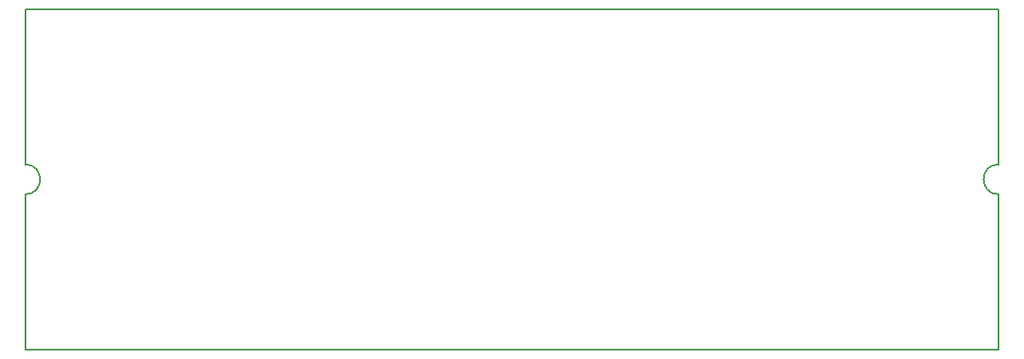
<source format=gko>
G04 DipTrace 3.3.1.3*
G04 patch_panel_RG-45_5e_cat_24-port_BoardOutline.gko*
%MOMM*%
G04 #@! TF.FileFunction,Profile*
G04 #@! TF.Part,Single*
%ADD11C,0.14*%
%FSLAX35Y35*%
G04*
G71*
G90*
G75*
G01*
G04 BoardOutline*
%LPD*%
X0Y0D2*
D11*
X9700000D1*
Y1550000D1*
G02X9700000Y1850000I0J150000D01*
G01*
Y3400000D1*
X0D1*
Y1850000D1*
G02X0Y1550000I0J-150000D01*
G01*
Y0D1*
M02*

</source>
